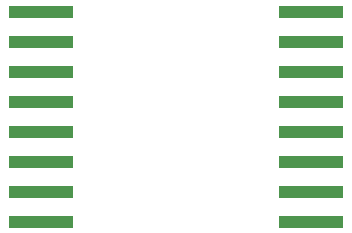
<source format=gbr>
%TF.GenerationSoftware,KiCad,Pcbnew,5.1.12-84ad8e8a86~92~ubuntu20.04.1*%
%TF.CreationDate,2021-11-29T16:52:28+01:00*%
%TF.ProjectId,RGBchristmasStar,52474263-6872-4697-9374-6d6173537461,rev?*%
%TF.SameCoordinates,Original*%
%TF.FileFunction,Soldermask,Bot*%
%TF.FilePolarity,Negative*%
%FSLAX46Y46*%
G04 Gerber Fmt 4.6, Leading zero omitted, Abs format (unit mm)*
G04 Created by KiCad (PCBNEW 5.1.12-84ad8e8a86~92~ubuntu20.04.1) date 2021-11-29 16:52:28*
%MOMM*%
%LPD*%
G01*
G04 APERTURE LIST*
%ADD10R,5.500000X1.000000*%
G04 APERTURE END LIST*
D10*
%TO.C,U1*%
X96570000Y-104050000D03*
X96570000Y-106590000D03*
X96570000Y-109130000D03*
X96570000Y-111670000D03*
X96570000Y-114210000D03*
X96570000Y-116750000D03*
X96570000Y-119290000D03*
X96570000Y-121830000D03*
X119430000Y-121830000D03*
X119430000Y-119290000D03*
X119430000Y-116750000D03*
X119430000Y-114210000D03*
X119430000Y-111670000D03*
X119430000Y-109130000D03*
X119430000Y-106590000D03*
X119430000Y-104050000D03*
%TD*%
M02*

</source>
